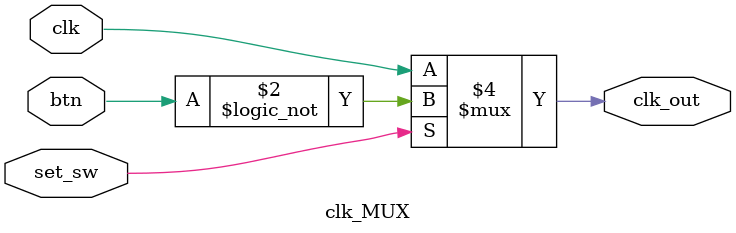
<source format=v>
module clk_MUX(set_sw, clk, btn, clk_out);
	input set_sw, clk, btn;
	output reg clk_out;
	
	always @(*)
		begin
			if(set_sw) 
				clk_out <= !btn;
			else
				clk_out <= clk;
		end

endmodule


</source>
